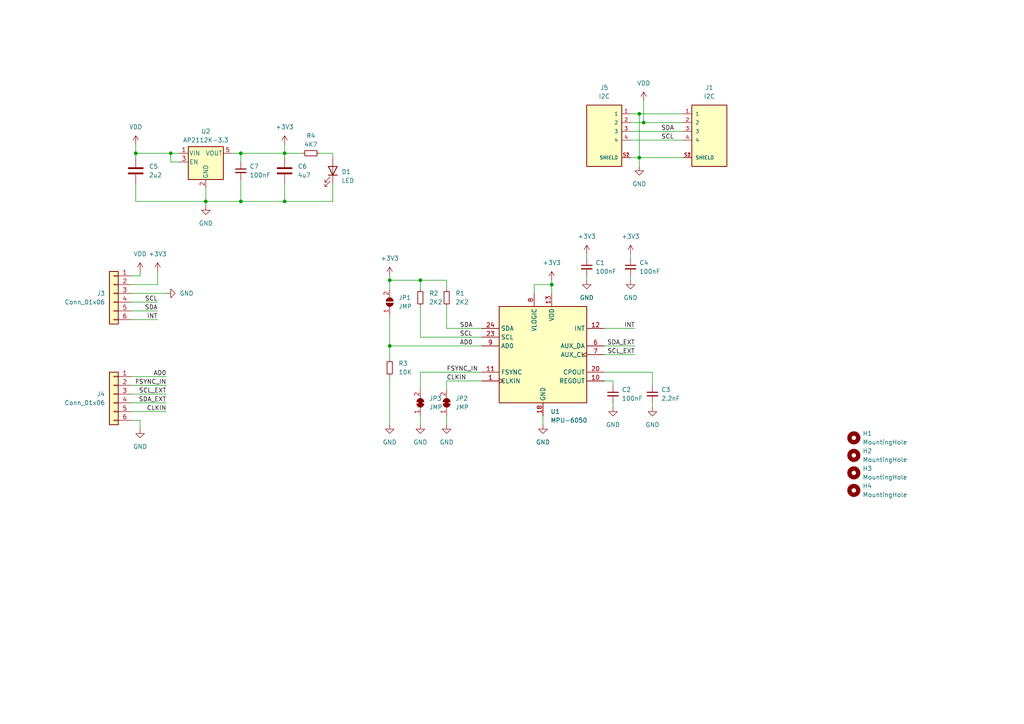
<source format=kicad_sch>
(kicad_sch (version 20230121) (generator eeschema)
  (paper "A4")
  (lib_symbols
    (symbol "Connector_Generic:Conn_01x06" (pin_names (offset 1.016) hide)
      (property "Reference" "J" (at 0 7.62 0))
      (property "Value" "Conn_01x06" (at 0 -10.16 0))
      (symbol "Conn_01x06_1_1"
        (rectangle (start -1.27 -7.493) (end 0 -7.747) (stroke (width 0.1524)))
        (rectangle (start -1.27 -4.953) (end 0 -5.207) (stroke (width 0.1524)))
        (rectangle (start -1.27 -2.413) (end 0 -2.667) (stroke (width 0.1524)))
        (rectangle (start -1.27 0.127) (end 0 -0.127) (stroke (width 0.1524)))
        (rectangle (start -1.27 2.667) (end 0 2.413) (stroke (width 0.1524)))
        (rectangle (start -1.27 5.207) (end 0 4.953) (stroke (width 0.1524)))
        (rectangle (start -1.27 6.35) (end 1.27 -8.89) (stroke (width 0.254)) (fill (type background)))
        (pin passive line (at -5.08 5.08 0) (length 3.81) (name "Pin_1") (number "1"))
        (pin passive line (at -5.08 2.54 0) (length 3.81) (name "Pin_2") (number "2"))
        (pin passive line (at -5.08 0 0) (length 3.81) (name "Pin_3") (number "3"))
        (pin passive line (at -5.08 -2.54 0) (length 3.81) (name "Pin_4") (number "4"))
        (pin passive line (at -5.08 -5.08 0) (length 3.81) (name "Pin_5") (number "5"))
        (pin passive line (at -5.08 -7.62 0) (length 3.81) (name "Pin_6") (number "6"))
      )
    )
    (symbol "Device:C" (pin_numbers hide) (pin_names (offset 0.254))
      (property "Reference" "C" (at 0.635 2.54 0))
      (property "Value" "C" (at 0.635 -2.54 0))
      (symbol "C_0_1"
        (polyline (pts (xy -2.032 -0.762) (xy 2.032 -0.762)) (stroke (width 0.508)))
        (polyline (pts (xy -2.032 0.762) (xy 2.032 0.762)) (stroke (width 0.508)))
      )
      (symbol "C_1_1"
        (pin passive line (at 0 3.81 270) (length 2.794) (name "~") (number "1"))
        (pin passive line (at 0 -3.81 90) (length 2.794) (name "~") (number "2"))
      )
    )
    (symbol "Device:C_Small" (pin_numbers hide) (pin_names (offset 0.254) hide)
      (property "Reference" "C" (at 0.254 1.778 0))
      (property "Value" "C_Small" (at 0.254 -2.032 0))
      (symbol "C_Small_0_1"
        (polyline (pts (xy -1.524 -0.508) (xy 1.524 -0.508)) (stroke (width 0.3302)))
        (polyline (pts (xy -1.524 0.508) (xy 1.524 0.508)) (stroke (width 0.3048)))
      )
      (symbol "C_Small_1_1"
        (pin passive line (at 0 2.54 270) (length 2.032) (name "~") (number "1"))
        (pin passive line (at 0 -2.54 90) (length 2.032) (name "~") (number "2"))
      )
    )
    (symbol "Device:LED" (pin_numbers hide) (pin_names (offset 1.016) hide)
      (property "Reference" "D" (at 0 2.54 0))
      (property "Value" "LED" (at 0 -2.54 0))
      (symbol "LED_0_1"
        (polyline (pts (xy -1.27 -1.27) (xy -1.27 1.27)) (stroke (width 0.254)))
        (polyline (pts (xy -1.27 0) (xy 1.27 0)))
        (polyline (pts (xy 1.27 -1.27) (xy 1.27 1.27) (xy -1.27 0) (xy 1.27 -1.27)) (stroke (width 0.254)))
        (polyline (pts (xy -3.048 -0.762) (xy -4.572 -2.286) (xy -3.81 -2.286) (xy -4.572 -2.286) (xy -4.572 -1.524)))
        (polyline (pts (xy -1.778 -0.762) (xy -3.302 -2.286) (xy -2.54 -2.286) (xy -3.302 -2.286) (xy -3.302 -1.524)))
      )
      (symbol "LED_1_1"
        (pin passive line (at -3.81 0 0) (length 2.54) (name "K") (number "1"))
        (pin passive line (at 3.81 0 180) (length 2.54) (name "A") (number "2"))
      )
    )
    (symbol "Device:R_Small" (pin_numbers hide) (pin_names (offset 0.254) hide)
      (property "Reference" "R" (at 0.762 0.508 0))
      (property "Value" "R_Small" (at 0.762 -1.016 0))
      (symbol "R_Small_0_1"
        (rectangle (start -0.762 1.778) (end 0.762 -1.778) (stroke (width 0.2032)))
      )
      (symbol "R_Small_1_1"
        (pin passive line (at 0 2.54 270) (length 0.762) (name "~") (number "1"))
        (pin passive line (at 0 -2.54 90) (length 0.762) (name "~") (number "2"))
      )
    )
    (symbol "Jumper:SolderJumper_2_Bridged" (pin_names (offset 0) hide)
      (property "Reference" "JP" (at 0 2.032 0))
      (property "Value" "SolderJumper_2_Bridged" (at 0 -2.54 0))
      (symbol "SolderJumper_2_Bridged_0_1"
        (rectangle (start -0.508 0.508) (end 0.508 -0.508) (fill (type outline)))
        (arc (start -0.254 1.016) (mid -1.2656 0) (end -0.254 -1.016))
        (arc (start -0.254 1.016) (mid -1.2656 0) (end -0.254 -1.016) (fill (type outline)))
        (polyline (pts (xy -0.254 1.016) (xy -0.254 -1.016)))
        (polyline (pts (xy 0.254 1.016) (xy 0.254 -1.016)))
        (arc (start 0.254 -1.016) (mid 1.2656 0) (end 0.254 1.016))
        (arc (start 0.254 -1.016) (mid 1.2656 0) (end 0.254 1.016) (fill (type outline)))
      )
      (symbol "SolderJumper_2_Bridged_1_1"
        (pin passive line (at -3.81 0 0) (length 2.54) (name "A") (number "1"))
        (pin passive line (at 3.81 0 180) (length 2.54) (name "B") (number "2"))
      )
    )
    (symbol "Jumper:SolderJumper_2_Open" (pin_names (offset 0) hide)
      (property "Reference" "JP" (at 0 2.032 0))
      (property "Value" "SolderJumper_2_Open" (at 0 -2.54 0))
      (symbol "SolderJumper_2_Open_0_1"
        (arc (start -0.254 1.016) (mid -1.2656 0) (end -0.254 -1.016))
        (arc (start -0.254 1.016) (mid -1.2656 0) (end -0.254 -1.016) (fill (type outline)))
        (polyline (pts (xy -0.254 1.016) (xy -0.254 -1.016)))
        (polyline (pts (xy 0.254 1.016) (xy 0.254 -1.016)))
        (arc (start 0.254 -1.016) (mid 1.2656 0) (end 0.254 1.016))
        (arc (start 0.254 -1.016) (mid 1.2656 0) (end 0.254 1.016) (fill (type outline)))
      )
      (symbol "SolderJumper_2_Open_1_1"
        (pin passive line (at -3.81 0 0) (length 2.54) (name "A") (number "1"))
        (pin passive line (at 3.81 0 180) (length 2.54) (name "B") (number "2"))
      )
    )
    (symbol "Mechanical:MountingHole" (pin_names (offset 1.016))
      (property "Reference" "H" (at 0 5.08 0))
      (property "Value" "MountingHole" (at 0 3.175 0))
      (symbol "MountingHole_0_1"
        (circle (center 0 0) (radius 1.27) (stroke (width 1.27)))
      )
    )
    (symbol "Regulator_Linear:AP2112K-3.3" (pin_names (offset 0.254))
      (property "Reference" "U" (at -5.08 5.715 0))
      (property "Value" "AP2112K-3.3" (at 0 5.715 0))
      (symbol "AP2112K-3.3_0_1"
        (rectangle (start -5.08 4.445) (end 5.08 -5.08) (stroke (width 0.254)) (fill (type background)))
      )
      (symbol "AP2112K-3.3_1_1"
        (pin power_in line (at -7.62 2.54 0) (length 2.54) (name "VIN") (number "1"))
        (pin power_in line (at 0 -7.62 90) (length 2.54) (name "GND") (number "2"))
        (pin input line (at -7.62 0 0) (length 2.54) (name "EN") (number "3"))
        (pin no_connect line (at 5.08 0 180) (length 2.54) hide (name "NC") (number "4"))
        (pin power_out line (at 7.62 2.54 180) (length 2.54) (name "VOUT") (number "5"))
      )
    )
    (symbol "SM04B-SRSS-TB_LF__SN_:SM04B-SRSS-TB_LF__SN_" (pin_names (offset 1.016))
      (property "Reference" "J" (at -5.0831 8.1433 0))
      (property "Value" "SM04B-SRSS-TB_LF__SN_" (at -5.0835 -11.9557 0))
      (symbol "SM04B-SRSS-TB_LF__SN__0_0"
        (rectangle (start -5.08 -10.16) (end 5.08 7.62) (stroke (width 0.254)) (fill (type background)))
        (pin passive line (at -7.62 5.08 0) (length 2.54) (name "1") (number "1"))
        (pin passive line (at -7.62 2.54 0) (length 2.54) (name "2") (number "2"))
        (pin passive line (at -7.62 0 0) (length 2.54) (name "3") (number "3"))
        (pin passive line (at -7.62 -2.54 0) (length 2.54) (name "4") (number "4"))
        (pin passive line (at -7.62 -7.62 0) (length 2.54) (name "SHIELD") (number "S1"))
        (pin passive line (at -7.62 -7.62 0) (length 2.54) (name "SHIELD") (number "S2"))
      )
    )
    (symbol "Sensor_Motion:MPU-6050"
      (property "Reference" "U" (at -11.43 13.97 0))
      (property "Value" "MPU-6050" (at 7.62 -15.24 0))
      (symbol "MPU-6050_0_0"
        (text "" (at 12.7 -2.54 0) (effects (font (size 1.27 1.27))))
      )
      (symbol "MPU-6050_0_1"
        (rectangle (start -12.7 13.97) (end 12.7 -13.97) (stroke (width 0.254)) (fill (type background)))
      )
      (symbol "MPU-6050_1_1"
        (pin input clock (at -17.78 -7.62 0) (length 5.08) (name "CLKIN") (number "1"))
        (pin passive line (at 17.78 -7.62 180) (length 5.08) (name "REGOUT") (number "10"))
        (pin input line (at -17.78 -5.08 0) (length 5.08) (name "FSYNC") (number "11"))
        (pin output line (at 17.78 7.62 180) (length 5.08) (name "INT") (number "12"))
        (pin power_in line (at 2.54 17.78 270) (length 3.81) (name "VDD") (number "13"))
        (pin no_connect line (at -12.7 -10.16 0) (length 2.54) hide (name "NC") (number "14"))
        (pin no_connect line (at 12.7 12.7 180) (length 2.54) hide (name "NC") (number "15"))
        (pin no_connect line (at 12.7 10.16 180) (length 2.54) hide (name "NC") (number "16"))
        (pin no_connect line (at 12.7 5.08 180) (length 2.54) hide (name "NC") (number "17"))
        (pin power_in line (at 0 -17.78 90) (length 3.81) (name "GND") (number "18"))
        (pin no_connect line (at 12.7 -10.16 180) (length 2.54) hide (name "RESV") (number "19"))
        (pin no_connect line (at -12.7 12.7 0) (length 2.54) hide (name "NC") (number "2"))
        (pin passive line (at 17.78 -5.08 180) (length 5.08) (name "CPOUT") (number "20"))
        (pin no_connect line (at 12.7 -2.54 180) (length 2.54) hide (name "RESV") (number "21"))
        (pin no_connect line (at 12.7 -12.7 180) (length 2.54) hide (name "RESV") (number "22"))
        (pin input line (at -17.78 5.08 0) (length 5.08) (name "SCL") (number "23"))
        (pin bidirectional line (at -17.78 7.62 0) (length 5.08) (name "SDA") (number "24"))
        (pin no_connect line (at -12.7 10.16 0) (length 2.54) hide (name "NC") (number "3"))
        (pin no_connect line (at -12.7 0 0) (length 2.54) hide (name "NC") (number "4"))
        (pin no_connect line (at -12.7 -2.54 0) (length 2.54) hide (name "NC") (number "5"))
        (pin bidirectional line (at 17.78 2.54 180) (length 5.08) (name "AUX_DA") (number "6"))
        (pin output clock (at 17.78 0 180) (length 5.08) (name "AUX_CL") (number "7"))
        (pin power_in line (at -2.54 17.78 270) (length 3.81) (name "VLOGIC") (number "8"))
        (pin input line (at -17.78 2.54 0) (length 5.08) (name "AD0") (number "9"))
      )
    )
    (symbol "power:+3V3" (power) (pin_names (offset 0))
      (property "Value" "+3V3" (at 0 3.556 0))
      (symbol "+3V3_0_1"
        (polyline (pts (xy -0.762 1.27) (xy 0 2.54)))
        (polyline (pts (xy 0 0) (xy 0 2.54)))
        (polyline (pts (xy 0 2.54) (xy 0.762 1.27)))
      )
      (symbol "+3V3_1_1"
        (pin power_in line (at 0 0 90) (length 0) hide (name "+3V3") (number "1"))
      )
    )
    (symbol "power:GND" (power) (pin_names (offset 0))
      (property "Value" "GND" (at 0 -3.81 0))
      (symbol "GND_0_1"
        (polyline (pts (xy 0 0) (xy 0 -1.27) (xy 1.27 -1.27) (xy 0 -2.54) (xy -1.27 -1.27) (xy 0 -1.27)))
      )
      (symbol "GND_1_1"
        (pin power_in line (at 0 0 270) (length 0) hide (name "GND") (number "1"))
      )
    )
    (symbol "power:VDD" (power) (pin_names (offset 0))
      (property "Value" "VDD" (at 0 3.81 0))
      (symbol "VDD_0_1"
        (polyline (pts (xy -0.762 1.27) (xy 0 2.54)))
        (polyline (pts (xy 0 0) (xy 0 2.54)))
        (polyline (pts (xy 0 2.54) (xy 0.762 1.27)))
      )
      (symbol "VDD_1_1"
        (pin power_in line (at 0 0 90) (length 0) hide (name "VDD") (number "1"))
      )
    )
  )
  (junction (at 160.02 82.55))
  (junction (at 82.55 44.45))
  (junction (at 121.92 81.28))
  (junction (at 185.42 33.02))
  (junction (at 82.55 58.42))
  (junction (at 185.42 45.72))
  (junction (at 69.85 58.42))
  (junction (at 49.53 44.45))
  (junction (at 39.37 44.45))
  (junction (at 69.85 44.45))
  (junction (at 113.03 81.28))
  (junction (at 186.69 35.56))
  (junction (at 59.69 58.42))
  (junction (at 113.03 100.33))
  (wire (pts (xy 38.1 80.01) (xy 40.64 80.01)))
  (wire (pts (xy 39.37 44.45) (xy 39.37 45.72)))
  (wire (pts (xy 121.92 97.79) (xy 139.7 97.79)))
  (wire (pts (xy 113.03 109.22) (xy 113.03 123.19)))
  (wire (pts (xy 113.03 80.01) (xy 113.03 81.28)))
  (wire (pts (xy 129.54 110.49) (xy 129.54 113.03)))
  (wire (pts (xy 92.71 44.45) (xy 96.52 44.45)))
  (wire (pts (xy 40.64 80.01) (xy 40.64 78.74)))
  (wire (pts (xy 121.92 81.28) (xy 129.54 81.28)))
  (wire (pts (xy 38.1 111.76) (xy 48.26 111.76)))
  (wire (pts (xy 38.1 82.55) (xy 45.72 82.55)))
  (wire (pts (xy 69.85 52.07) (xy 69.85 58.42)))
  (wire (pts (xy 82.55 53.34) (xy 82.55 58.42)))
  (wire (pts (xy 170.18 81.28) (xy 170.18 80.01)))
  (wire (pts (xy 113.03 100.33) (xy 139.7 100.33)))
  (wire (pts (xy 38.1 109.22) (xy 48.26 109.22)))
  (wire (pts (xy 121.92 81.28) (xy 121.92 83.82)))
  (wire (pts (xy 121.92 107.95) (xy 139.7 107.95)))
  (wire (pts (xy 38.1 85.09) (xy 48.26 85.09)))
  (wire (pts (xy 157.48 123.19) (xy 157.48 120.65)))
  (wire (pts (xy 185.42 33.02) (xy 198.12 33.02)))
  (wire (pts (xy 160.02 82.55) (xy 160.02 85.09)))
  (wire (pts (xy 69.85 44.45) (xy 82.55 44.45)))
  (wire (pts (xy 177.8 110.49) (xy 177.8 111.76)))
  (wire (pts (xy 154.94 82.55) (xy 160.02 82.55)))
  (wire (pts (xy 154.94 85.09) (xy 154.94 82.55)))
  (wire (pts (xy 186.69 35.56) (xy 198.12 35.56)))
  (wire (pts (xy 175.26 102.87) (xy 184.15 102.87)))
  (wire (pts (xy 38.1 92.71) (xy 45.72 92.71)))
  (wire (pts (xy 38.1 121.92) (xy 40.64 121.92)))
  (wire (pts (xy 129.54 95.25) (xy 139.7 95.25)))
  (wire (pts (xy 189.23 118.11) (xy 189.23 116.84)))
  (wire (pts (xy 121.92 120.65) (xy 121.92 123.19)))
  (wire (pts (xy 182.88 33.02) (xy 185.42 33.02)))
  (wire (pts (xy 82.55 58.42) (xy 69.85 58.42)))
  (wire (pts (xy 38.1 90.17) (xy 45.72 90.17)))
  (wire (pts (xy 175.26 110.49) (xy 177.8 110.49)))
  (wire (pts (xy 189.23 107.95) (xy 189.23 111.76)))
  (wire (pts (xy 177.8 118.11) (xy 177.8 116.84)))
  (wire (pts (xy 113.03 81.28) (xy 121.92 81.28)))
  (wire (pts (xy 38.1 119.38) (xy 48.26 119.38)))
  (wire (pts (xy 170.18 73.66) (xy 170.18 74.93)))
  (wire (pts (xy 175.26 95.25) (xy 184.15 95.25)))
  (wire (pts (xy 59.69 59.69) (xy 59.69 58.42)))
  (wire (pts (xy 113.03 81.28) (xy 113.03 83.82)))
  (wire (pts (xy 182.88 81.28) (xy 182.88 80.01)))
  (wire (pts (xy 182.88 35.56) (xy 186.69 35.56)))
  (wire (pts (xy 185.42 45.72) (xy 198.12 45.72)))
  (wire (pts (xy 39.37 41.91) (xy 39.37 44.45)))
  (wire (pts (xy 59.69 58.42) (xy 59.69 54.61)))
  (wire (pts (xy 129.54 120.65) (xy 129.54 123.19)))
  (wire (pts (xy 198.12 38.1) (xy 182.88 38.1)))
  (wire (pts (xy 82.55 44.45) (xy 82.55 45.72)))
  (wire (pts (xy 96.52 58.42) (xy 82.55 58.42)))
  (wire (pts (xy 69.85 58.42) (xy 59.69 58.42)))
  (wire (pts (xy 129.54 88.9) (xy 129.54 95.25)))
  (wire (pts (xy 189.23 107.95) (xy 175.26 107.95)))
  (wire (pts (xy 96.52 53.34) (xy 96.52 58.42)))
  (wire (pts (xy 49.53 44.45) (xy 39.37 44.45)))
  (wire (pts (xy 38.1 114.3) (xy 48.26 114.3)))
  (wire (pts (xy 45.72 82.55) (xy 45.72 78.74)))
  (wire (pts (xy 113.03 91.44) (xy 113.03 100.33)))
  (wire (pts (xy 39.37 53.34) (xy 39.37 58.42)))
  (wire (pts (xy 129.54 110.49) (xy 139.7 110.49)))
  (wire (pts (xy 121.92 113.03) (xy 121.92 107.95)))
  (wire (pts (xy 185.42 33.02) (xy 185.42 45.72)))
  (wire (pts (xy 121.92 88.9) (xy 121.92 97.79)))
  (wire (pts (xy 186.69 29.21) (xy 186.69 35.56)))
  (wire (pts (xy 175.26 100.33) (xy 184.15 100.33)))
  (wire (pts (xy 185.42 45.72) (xy 185.42 48.26)))
  (wire (pts (xy 182.88 45.72) (xy 185.42 45.72)))
  (wire (pts (xy 160.02 81.28) (xy 160.02 82.55)))
  (wire (pts (xy 52.07 46.99) (xy 49.53 46.99)))
  (wire (pts (xy 129.54 83.82) (xy 129.54 81.28)))
  (wire (pts (xy 49.53 46.99) (xy 49.53 44.45)))
  (wire (pts (xy 96.52 44.45) (xy 96.52 45.72)))
  (wire (pts (xy 67.31 44.45) (xy 69.85 44.45)))
  (wire (pts (xy 39.37 58.42) (xy 59.69 58.42)))
  (wire (pts (xy 38.1 116.84) (xy 48.26 116.84)))
  (wire (pts (xy 82.55 44.45) (xy 87.63 44.45)))
  (wire (pts (xy 69.85 44.45) (xy 69.85 46.99)))
  (wire (pts (xy 113.03 100.33) (xy 113.03 104.14)))
  (wire (pts (xy 182.88 73.66) (xy 182.88 74.93)))
  (wire (pts (xy 38.1 87.63) (xy 45.72 87.63)))
  (wire (pts (xy 40.64 121.92) (xy 40.64 124.46)))
  (wire (pts (xy 198.12 40.64) (xy 182.88 40.64)))
  (wire (pts (xy 52.07 44.45) (xy 49.53 44.45)))
  (wire (pts (xy 82.55 41.91) (xy 82.55 44.45)))
  (label "CLKIN" (at 129.54 110.49 0))
  (label "SDA_EXT" (at 48.26 116.84 180))
  (label "INT" (at 45.72 92.71 180))
  (label "SDA" (at 45.72 90.17 180))
  (label "FSYNC_IN" (at 129.54 107.95 0))
  (label "SCL" (at 45.72 87.63 180))
  (label "AD0" (at 133.35 100.33 0))
  (label "SDA_EXT" (at 184.15 100.33 180))
  (label "SDA" (at 133.35 95.25 0))
  (label "FSYNC_IN" (at 48.26 111.76 180))
  (label "SCL_EXT" (at 184.15 102.87 180))
  (label "SDA" (at 191.77 38.1 0))
  (label "AD0" (at 48.26 109.22 180))
  (label "SCL_EXT" (at 48.26 114.3 180))
  (label "CLKIN" (at 48.26 119.38 180))
  (label "SCL" (at 191.77 40.64 0))
  (label "INT" (at 184.15 95.25 180))
  (label "SCL" (at 133.35 97.79 0))
  (symbol (lib_id "power:GND") (at 185.42 48.26 0) (unit 1)
    (property "Reference" "#PWR016" (effects hide))
    (property "Value" "GND" (at 185.42 53.34 0))
  )
  (symbol (lib_id "Device:C_Small") (at 69.85 49.53 0) (unit 1)
    (property "Reference" "C7" (at 72.39 48.2663 0) (effects (justify left)))
    (property "Value" "100nF" (at 72.39 50.8063 0) (effects (justify left)))
    (property "Footprint" "Capacitor_SMD:C_0402_1005Metric" (effects hide))
  )
  (symbol (lib_id "power:GND") (at 121.92 123.19 0) (unit 1)
    (property "Reference" "#PWR010" (effects hide))
    (property "Value" "GND" (at 121.92 128.27 0))
  )
  (symbol (lib_id "Device:C_Small") (at 177.8 114.3 0) (unit 1)
    (property "Reference" "C2" (at 180.34 113.0363 0) (effects (justify left)))
    (property "Value" "100nF" (at 180.34 115.5763 0) (effects (justify left)))
    (property "Footprint" "Capacitor_SMD:C_0402_1005Metric" (effects hide))
  )
  (symbol (lib_id "Device:LED") (at 96.52 49.53 270) (mirror x) (unit 1)
    (property "Reference" "D1" (at 99.06 49.8475 90) (effects (justify left)))
    (property "Value" "LED" (at 99.06 52.3875 90) (effects (justify left)))
    (property "Footprint" "LED_SMD:LED_0805_2012Metric" (effects hide))
  )
  (symbol (lib_id "power:+3V3") (at 45.72 78.74 0) (unit 1)
    (property "Reference" "#PWR019" (effects hide))
    (property "Value" "+3V3" (at 45.72 73.66 0))
  )
  (symbol (lib_id "Device:R_Small") (at 113.03 106.68 0) (unit 1)
    (property "Reference" "R3" (at 115.57 105.41 0) (effects (justify left)))
    (property "Value" "10K" (at 115.57 107.95 0) (effects (justify left)))
    (property "Footprint" "Resistor_SMD:R_0402_1005Metric" (effects hide))
  )
  (symbol (lib_id "SM04B-SRSS-TB_LF__SN_:SM04B-SRSS-TB_LF__SN_") (at 205.74 38.1 0) (unit 1)
    (property "Reference" "J1" (at 205.74 25.4 0))
    (property "Value" "I2C" (at 205.74 27.94 0))
    (property "Footprint" "SM04B-SRSS-TB_LF__SN_:JST_SM04B-SRSS-TB_LF__SN_" (effects hide))
    (property "MF" "JST Sales" (effects hide))
    (property "Description" "\nConnector Header Surface Mount, Right Angle 4 position 0.039 (1.00mm)\n" (effects hide))
    (property "Package" "None" (effects hide))
    (property "Price" "None" (effects hide))
    (property "Check_prices" "https://www.snapeda.com/parts/SM04B-SRSS-TB(LF)(SN)/JST+Sales+America+Inc./view-part/?ref=eda" (effects hide))
    (property "STANDARD" "Manufacturer recommendations" (effects hide))
    (property "SnapEDA_Link" "https://www.snapeda.com/parts/SM04B-SRSS-TB(LF)(SN)/JST+Sales+America+Inc./view-part/?ref=snap" (effects hide))
    (property "MP" "SM04B-SRSS-TB(LF)(SN)" (effects hide))
    (property "Availability" "In Stock" (effects hide))
    (property "MANUFACTURER" "JST" (effects hide))
  )
  (symbol (lib_id "Connector_Generic:Conn_01x06") (at 33.02 85.09 0) (mirror y) (unit 1)
    (property "Reference" "J3" (at 30.48 85.09 0) (effects (justify left)))
    (property "Value" "Conn_01x06" (at 30.48 87.63 0) (effects (justify left)))
    (property "Footprint" "Connector_PinHeader_2.54mm:PinHeader_1x06_P2.54mm_Vertical" (effects hide))
  )
  (symbol (lib_id "Device:R_Small") (at 129.54 86.36 0) (unit 1)
    (property "Reference" "R1" (at 132.08 85.09 0) (effects (justify left)))
    (property "Value" "2K2" (at 132.08 87.63 0) (effects (justify left)))
    (property "Footprint" "Resistor_SMD:R_0402_1005Metric" (effects hide))
  )
  (symbol (lib_id "Regulator_Linear:AP2112K-3.3") (at 59.69 46.99 0) (unit 1)
    (property "Reference" "U2" (at 59.69 38.1 0))
    (property "Value" "AP2112K-3.3" (at 59.69 40.64 0))
    (property "Footprint" "Package_TO_SOT_SMD:SOT-23-5" (effects hide))
    (property "Datasheet" "https://www.diodes.com/assets/Datasheets/AP2112.pdf" (effects hide))
  )
  (symbol (lib_id "Device:R_Small") (at 121.92 86.36 0) (unit 1)
    (property "Reference" "R2" (at 124.46 85.09 0) (effects (justify left)))
    (property "Value" "2K2" (at 124.46 87.63 0) (effects (justify left)))
    (property "Footprint" "Resistor_SMD:R_0402_1005Metric" (effects hide))
  )
  (symbol (lib_id "power:GND") (at 113.03 123.19 0) (unit 1)
    (property "Reference" "#PWR05" (effects hide))
    (property "Value" "GND" (at 113.03 128.27 0))
  )
  (symbol (lib_id "power:GND") (at 48.26 85.09 90) (unit 1)
    (property "Reference" "#PWR020" (effects hide))
    (property "Value" "GND" (at 52.07 85.09 90) (effects (justify right)))
  )
  (symbol (lib_id "power:GND") (at 157.48 123.19 0) (unit 1)
    (property "Reference" "#PWR01" (effects hide))
    (property "Value" "GND" (at 157.48 128.27 0))
  )
  (symbol (lib_id "power:GND") (at 40.64 124.46 0) (unit 1)
    (property "Reference" "#PWR021" (effects hide))
    (property "Value" "GND" (at 40.64 129.54 0))
  )
  (symbol (lib_id "power:GND") (at 182.88 81.28 0) (unit 1)
    (property "Reference" "#PWR012" (effects hide))
    (property "Value" "GND" (at 182.88 86.36 0))
  )
  (symbol (lib_id "power:+3V3") (at 170.18 73.66 0) (unit 1)
    (property "Reference" "#PWR04" (effects hide))
    (property "Value" "+3V3" (at 170.18 68.58 0))
  )
  (symbol (lib_id "SM04B-SRSS-TB_LF__SN_:SM04B-SRSS-TB_LF__SN_") (at 175.26 38.1 0) (mirror y) (unit 1)
    (property "Reference" "J5" (at 175.26 25.4 0))
    (property "Value" "I2C" (at 175.26 27.94 0))
    (property "Footprint" "SM04B-SRSS-TB_LF__SN_:JST_SM04B-SRSS-TB_LF__SN_" (effects hide))
    (property "MF" "JST Sales" (effects hide))
    (property "Description" "\nConnector Header Surface Mount, Right Angle 4 position 0.039 (1.00mm)\n" (effects hide))
    (property "Package" "None" (effects hide))
    (property "Price" "None" (effects hide))
    (property "Check_prices" "https://www.snapeda.com/parts/SM04B-SRSS-TB(LF)(SN)/JST+Sales+America+Inc./view-part/?ref=eda" (effects hide))
    (property "STANDARD" "Manufacturer recommendations" (effects hide))
    (property "SnapEDA_Link" "https://www.snapeda.com/parts/SM04B-SRSS-TB(LF)(SN)/JST+Sales+America+Inc./view-part/?ref=snap" (effects hide))
    (property "MP" "SM04B-SRSS-TB(LF)(SN)" (effects hide))
    (property "Availability" "In Stock" (effects hide))
    (property "MANUFACTURER" "JST" (effects hide))
  )
  (symbol (lib_id "power:GND") (at 170.18 81.28 0) (unit 1)
    (property "Reference" "#PWR03" (effects hide))
    (property "Value" "GND" (at 170.18 86.36 0))
  )
  (symbol (lib_id "Jumper:SolderJumper_2_Bridged") (at 121.92 116.84 90) (unit 1)
    (property "Reference" "JP3" (at 124.46 115.57 90) (effects (justify right)))
    (property "Value" "JMP" (at 124.46 118.11 90) (effects (justify right)))
    (property "Footprint" "Jumper:SolderJumper-2_P1.3mm_Bridged_RoundedPad1.0x1.5mm" (effects hide))
  )
  (symbol (lib_id "Device:C_Small") (at 182.88 77.47 0) (unit 1)
    (property "Reference" "C4" (at 185.42 76.2063 0) (effects (justify left)))
    (property "Value" "100nF" (at 185.42 78.7463 0) (effects (justify left)))
    (property "Footprint" "Capacitor_SMD:C_0402_1005Metric" (effects hide))
  )
  (symbol (lib_id "power:+3V3") (at 82.55 41.91 0) (unit 1)
    (property "Reference" "#PWR015" (effects hide))
    (property "Value" "+3V3" (at 82.55 36.83 0))
  )
  (symbol (lib_id "power:+3V3") (at 113.03 80.01 0) (unit 1)
    (property "Reference" "#PWR06" (effects hide))
    (property "Value" "+3V3" (at 113.03 74.93 0))
  )
  (symbol (lib_id "Mechanical:MountingHole") (at 247.65 137.16 0) (unit 1)
    (property "Reference" "H3" (at 250.19 135.89 0) (effects (justify left)))
    (property "Value" "MountingHole" (at 250.19 138.43 0) (effects (justify left)))
    (property "Footprint" "MountingHole:MountingHole_3.2mm_M3" (effects hide))
  )
  (symbol (lib_id "Device:C") (at 82.55 49.53 0) (unit 1)
    (property "Reference" "C6" (at 86.36 48.26 0) (effects (justify left)))
    (property "Value" "4u7" (at 86.36 50.8 0) (effects (justify left)))
    (property "Footprint" "Capacitor_SMD:C_0603_1608Metric" (effects hide))
  )
  (symbol (lib_id "Device:R_Small") (at 90.17 44.45 90) (unit 1)
    (property "Reference" "R4" (at 90.17 39.37 90))
    (property "Value" "4K7" (at 90.17 41.91 90))
    (property "Footprint" "Resistor_SMD:R_0402_1005Metric" (effects hide))
  )
  (symbol (lib_id "power:GND") (at 129.54 123.19 0) (unit 1)
    (property "Reference" "#PWR09" (effects hide))
    (property "Value" "GND" (at 129.54 128.27 0))
  )
  (symbol (lib_id "Connector_Generic:Conn_01x06") (at 33.02 114.3 0) (mirror y) (unit 1)
    (property "Reference" "J4" (at 30.48 114.3 0) (effects (justify left)))
    (property "Value" "Conn_01x06" (at 30.48 116.84 0) (effects (justify left)))
    (property "Footprint" "Connector_PinHeader_2.54mm:PinHeader_1x06_P2.54mm_Vertical" (effects hide))
  )
  (symbol (lib_id "Device:C") (at 39.37 49.53 0) (unit 1)
    (property "Reference" "C5" (at 43.18 48.26 0) (effects (justify left)))
    (property "Value" "2u2" (at 43.18 50.8 0) (effects (justify left)))
    (property "Footprint" "Capacitor_SMD:C_0603_1608Metric" (effects hide))
  )
  (symbol (lib_id "power:GND") (at 177.8 118.11 0) (unit 1)
    (property "Reference" "#PWR08" (effects hide))
    (property "Value" "GND" (at 177.8 123.19 0))
  )
  (symbol (lib_id "power:GND") (at 59.69 59.69 0) (unit 1)
    (property "Reference" "#PWR013" (effects hide))
    (property "Value" "GND" (at 59.69 64.77 0))
  )
  (symbol (lib_id "power:+3V3") (at 160.02 81.28 0) (unit 1)
    (property "Reference" "#PWR02" (effects hide))
    (property "Value" "+3V3" (at 160.02 76.2 0))
  )
  (symbol (lib_id "power:VDD") (at 40.64 78.74 0) (unit 1)
    (property "Reference" "#PWR018" (effects hide))
    (property "Value" "VDD" (at 40.64 73.66 0))
  )
  (symbol (lib_id "Sensor_Motion:MPU-6050") (at 157.48 102.87 0) (unit 1)
    (property "Reference" "U1" (at 159.6741 119.38 0) (effects (justify left)))
    (property "Value" "MPU-6050" (at 159.6741 121.92 0) (effects (justify left)))
    (property "Footprint" "Sensor_Motion:InvenSense_QFN-24_4x4mm_P0.5mm" (effects hide))
    (property "Datasheet" "https://invensense.tdk.com/wp-content/uploads/2015/02/MPU-6000-Datasheet1.pdf" (effects hide))
  )
  (symbol (lib_id "Mechanical:MountingHole") (at 247.65 127 0) (unit 1)
    (property "Reference" "H1" (at 250.19 125.73 0) (effects (justify left)))
    (property "Value" "MountingHole" (at 250.19 128.27 0) (effects (justify left)))
    (property "Footprint" "MountingHole:MountingHole_3.2mm_M3" (effects hide))
  )
  (symbol (lib_id "Device:C_Small") (at 170.18 77.47 0) (unit 1)
    (property "Reference" "C1" (at 172.72 76.2063 0) (effects (justify left)))
    (property "Value" "100nF" (at 172.72 78.7463 0) (effects (justify left)))
    (property "Footprint" "Capacitor_SMD:C_0402_1005Metric" (effects hide))
  )
  (symbol (lib_id "Jumper:SolderJumper_2_Bridged") (at 129.54 116.84 90) (unit 1)
    (property "Reference" "JP2" (at 132.08 115.57 90) (effects (justify right)))
    (property "Value" "JMP" (at 132.08 118.11 90) (effects (justify right)))
    (property "Footprint" "Jumper:SolderJumper-2_P1.3mm_Bridged_RoundedPad1.0x1.5mm" (effects hide))
  )
  (symbol (lib_id "Jumper:SolderJumper_2_Open") (at 113.03 87.63 90) (unit 1)
    (property "Reference" "JP1" (at 115.57 86.36 90) (effects (justify right)))
    (property "Value" "JMP" (at 115.57 88.9 90) (effects (justify right)))
    (property "Footprint" "Jumper:SolderJumper-2_P1.3mm_Open_RoundedPad1.0x1.5mm" (effects hide))
  )
  (symbol (lib_id "power:VDD") (at 186.69 29.21 0) (unit 1)
    (property "Reference" "#PWR017" (effects hide))
    (property "Value" "VDD" (at 186.69 24.13 0))
  )
  (symbol (lib_id "Mechanical:MountingHole") (at 247.65 132.08 0) (unit 1)
    (property "Reference" "H2" (at 250.19 130.81 0) (effects (justify left)))
    (property "Value" "MountingHole" (at 250.19 133.35 0) (effects (justify left)))
    (property "Footprint" "MountingHole:MountingHole_3.2mm_M3" (effects hide))
  )
  (symbol (lib_id "Mechanical:MountingHole") (at 247.65 142.24 0) (unit 1)
    (property "Reference" "H4" (at 250.19 140.97 0) (effects (justify left)))
    (property "Value" "MountingHole" (at 250.19 143.51 0) (effects (justify left)))
    (property "Footprint" "MountingHole:MountingHole_3.2mm_M3" (effects hide))
  )
  (symbol (lib_id "power:VDD") (at 39.37 41.91 0) (unit 1)
    (property "Reference" "#PWR014" (effects hide))
    (property "Value" "VDD" (at 39.37 36.83 0))
  )
  (symbol (lib_id "Device:C_Small") (at 189.23 114.3 0) (unit 1)
    (property "Reference" "C3" (at 191.77 113.0363 0) (effects (justify left)))
    (property "Value" "2.2nF" (at 191.77 115.5763 0) (effects (justify left)))
    (property "Footprint" "Capacitor_SMD:C_0402_1005Metric" (effects hide))
  )
  (symbol (lib_id "power:GND") (at 189.23 118.11 0) (unit 1)
    (property "Reference" "#PWR07" (effects hide))
    (property "Value" "GND" (at 189.23 123.19 0))
  )
  (symbol (lib_id "power:+3V3") (at 182.88 73.66 0) (unit 1)
    (property "Reference" "#PWR011" (effects hide))
    (property "Value" "+3V3" (at 182.88 68.58 0))
  )
)
</source>
